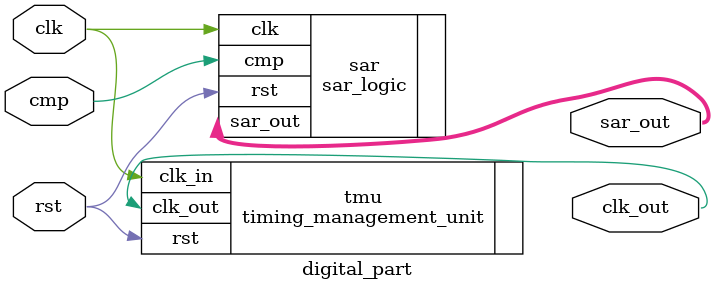
<source format=v>
`include "sar_logic.v"
`include "timing_management_unit.v"

`default_nettype none
module digital_part #(
    //TMU Parameters
    parameter HIGH_COUNT = 1,
    parameter LOW_COUNT = 12,
    //SAR Parameters
    parameter PRECISION = 10
)(
`ifdef USE_POWER_PINS
    inout vccd1,	// User area 1 1.8V supply
    inout vssd1,	// User area 1 digital ground
`endif
    //Common Input Signals
    input rst,
    input clk,
    //SAR Specific Input Signals
    input cmp,
    //TM Specific Output Signals
    output clk_out,
    //SAR Specific Output Signals
    output [PRECISION - 1 : 0] sar_out
);

    timing_management_unit #(
        .HIGH_COUNT(HIGH_COUNT),
        .LOW_COUNT(LOW_COUNT)
    ) tmu (
        .rst(rst),
        .clk_in(clk),
        .clk_out(clk_out)
    );

    sar_logic #(
        .PRECISION(PRECISION)
    ) sar (
        .rst(rst),
        .clk(clk),
        .cmp(cmp),
        .sar_out(sar_out)
    );

endmodule
`default_nettype wire

</source>
